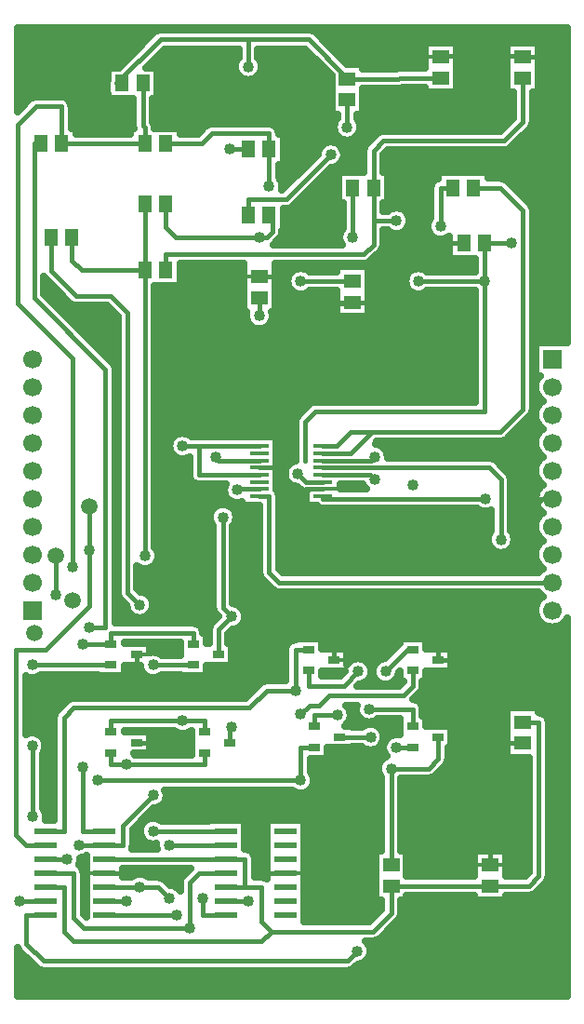
<source format=gbr>
G04 DipTrace 3.0.0.2*
G04 Top.gbr*
%MOIN*%
G04 #@! TF.FileFunction,Copper,L1,Top*
G04 #@! TF.Part,Single*
G04 #@! TA.AperFunction,Conductor*
%ADD13C,0.015748*%
G04 #@! TA.AperFunction,CopperBalancing*
%ADD14C,0.025*%
%ADD15C,0.012992*%
%ADD16R,0.059055X0.051181*%
%ADD17R,0.070866X0.015748*%
G04 #@! TA.AperFunction,ComponentPad*
%ADD18R,0.066929X0.066929*%
%ADD19C,0.066929*%
%ADD20C,0.059055*%
%ADD21R,0.051181X0.059055*%
%ADD23R,0.041339X0.025591*%
%ADD24R,0.07874X0.023622*%
G04 #@! TA.AperFunction,ViaPad*
%ADD25C,0.04*%
%FSLAX26Y26*%
G04*
G70*
G90*
G75*
G01*
G04 Top*
%LPD*%
X1023622Y2401575D2*
D13*
X1082677D1*
Y2299213D1*
X1299213D1*
X1153543Y1655512D2*
Y1744094D1*
X1200787Y1791339D1*
X1082677Y2401575D2*
X1299213D1*
X1181102Y873622D2*
X1084606D1*
X1049173Y838189D1*
Y676063D1*
X1771654Y901575D2*
Y1247047D1*
X1698154Y1360236D2*
X1586614D1*
X1948819Y3188976D2*
Y3326772D1*
X1992126D1*
X1200787Y1791339D2*
X1168661Y1823465D1*
Y2147323D1*
X1049173Y676063D2*
X669291D1*
X633858Y711496D1*
Y873622D1*
X531496D1*
X1771654Y1247047D2*
X1905512D1*
X1940945Y1282480D1*
Y1360236D1*
X1199370Y1395280D2*
X1192913Y1388823D1*
Y1340551D1*
X1527559Y2273622D2*
X1466535D1*
X1437008Y2303150D1*
X858268Y1655512D2*
Y1562008D1*
X893701Y1526575D1*
X1104252D1*
X1299213Y3007874D2*
X1362209D1*
X1397642Y2972441D1*
Y2913386D1*
Y2324803D1*
Y2283465D1*
X1437008Y2244098D1*
Y2066925D1*
X1499996Y2003937D1*
X1721732D1*
X1948819Y3795276D2*
Y3799213D1*
X2244094D1*
Y3795276D1*
X1104252Y1526575D2*
X1309961Y1732283D1*
X1566929D1*
Y1832323D1*
X1626614D1*
X1712598Y1830709D2*
X1937823D1*
X1940945Y1827587D1*
Y1635827D1*
X1104252Y1138740D2*
X1248031D1*
X1283465Y1103307D1*
Y909055D1*
X1318898Y873622D1*
X1393701D1*
X1001614D2*
X744094D1*
X1024567Y1340551D2*
X858268D1*
X1940945Y1635827D2*
X2094488D1*
X2129921Y1600394D1*
Y1338583D1*
X2244094D1*
X1566929Y1732283D2*
Y1635827D1*
X1721732Y2003937D2*
X2182374D1*
X2217807Y2039370D1*
Y2119382D1*
X2312205Y2213780D1*
X2349606D1*
X1633858Y2917323D2*
Y2913386D1*
X1397642D1*
X2244094Y3795276D2*
X2320866D1*
Y3442913D1*
X2261811Y3383858D1*
X1889764D1*
Y3129921D1*
X1677165Y2917323D1*
X1633858D1*
X2129921Y1338583D2*
X2125984D1*
Y901575D1*
X1527559Y2248031D2*
X1437008Y2244098D1*
X1299213Y2324803D2*
X1397642D1*
X2031496Y3129921D2*
X1889764D1*
X2110571Y2213941D2*
X1527567D1*
Y2222441D1*
X1299213Y2867795D2*
Y2933071D1*
Y3149563D2*
X1000000D1*
X964567Y3184996D1*
Y3267717D1*
X1334646Y3228346D2*
X1346772D1*
Y3169563D1*
X1326772Y3149563D1*
X1299213D1*
X1527559Y2401575D2*
X1574803D1*
X1625984Y2452756D1*
X1704724D1*
X2163386D1*
X2244094Y2533465D1*
Y3246063D1*
X2163386Y3326772D1*
X2066929D1*
X1527559Y2375984D2*
X1627953D1*
X1704724Y2452756D1*
X1464567Y2350394D2*
Y2489381D1*
X1500001Y2524815D1*
X2106299D1*
Y3129921D1*
X1527559Y2350394D2*
X1700787D1*
X1712598Y2362205D1*
X1527559Y2299213D2*
X1696850D1*
X1712598Y2283465D1*
X2204724Y3129921D2*
X2106299D1*
X1870079Y2992126D2*
X2106299D1*
X918268Y1023622D2*
X1181102D1*
X610551Y923622D2*
X531496D1*
X688976Y1751969D2*
X748031D1*
Y2677165D1*
X492126Y2933071D1*
Y3484252D1*
X515748D1*
X870709Y1833189D2*
X826772Y1877126D1*
Y2879921D1*
X767717Y2938976D1*
X643701D1*
X553150Y3029528D1*
Y3147638D1*
X977008Y783307D2*
X936693Y823622D1*
X870709D1*
X1096732Y783307D2*
Y723622D1*
X1181102D1*
X870709Y823622D2*
X744094D1*
X1194567Y3464567D2*
X1259843D1*
X2165354Y2066929D2*
Y2282146D1*
X2122697Y2324803D1*
X1527559D1*
X2349606Y1913780D2*
X1370083D1*
X1334650Y1949213D1*
Y2222441D1*
X1299213D1*
X807087Y3700787D2*
X787402D1*
X944882Y3858268D1*
X1259843D1*
X1476378D1*
X1614173Y3720472D1*
Y3716535D1*
X1798049D1*
X1801986Y3720472D1*
X1948819D1*
X1259843Y3759843D2*
Y3858268D1*
X1334646Y3332992D2*
Y3464567D1*
X1447480Y2992126D2*
X1633858D1*
X1334646Y3464567D2*
Y3521654D1*
X1130276D1*
X1092874Y3484252D1*
X964567D1*
X1555118Y3444882D2*
X1395669Y3285433D1*
X1259843D1*
Y3228346D1*
X2244094Y3720472D2*
Y3562992D1*
X2176953Y3495850D1*
X1744094D1*
X1708661Y3460417D1*
Y3326772D1*
Y3208661D1*
Y3124016D1*
X1673228Y3088583D1*
X964567D1*
Y3031496D1*
X1791339Y3208661D2*
X1708661D1*
X1299213Y2248031D2*
X1224409D1*
X1220472Y2244094D1*
X1633858Y3149606D2*
Y3326772D1*
X1299213Y2350394D2*
X1153543D1*
X1141732Y2362205D1*
X1614173Y3543307D2*
Y3641732D1*
X1579055Y1437992D2*
X1496063D1*
Y1397638D1*
X1650594Y593075D2*
X1615157Y557638D1*
X525039D1*
X464567Y618110D1*
Y723622D1*
X531496D1*
X1751969Y1594488D2*
X1830709Y1673228D1*
X1850394D1*
X667256Y1692913D2*
X767717D1*
X667256Y1252283D2*
Y1023622D1*
X744094D1*
X767717Y1692913D2*
Y1733268D1*
X1062992D1*
Y1692913D1*
X1102362Y1377953D2*
Y1418307D1*
X1024567D1*
X1001614Y723622D2*
X744094D1*
X1024567Y1418307D2*
X767717D1*
Y1377953D1*
X1476378Y1673228D2*
X1428150D1*
Y1526575D1*
X1692799Y1460276D2*
X1850394D1*
Y1397638D1*
X1428150Y1526575D2*
X1324780D1*
X1264071Y1465866D1*
X633858D1*
X598425Y1430433D1*
Y1023622D1*
X531496D1*
X1102362Y1303150D2*
Y1262799D1*
X823150D1*
Y773622D2*
X744094D1*
X823150Y1262799D2*
X767717D1*
Y1303150D1*
X652756Y973622D2*
X744094D1*
X918622Y1618110D2*
X1062992D1*
X485039D2*
X767717D1*
X485039Y1328697D2*
X487508Y1326228D1*
Y1075118D1*
X744094Y973622D2*
X811024D1*
Y1043268D1*
X918622Y1150866D1*
X1496063Y1322835D2*
X1447835D1*
Y1204728D1*
Y1442835D2*
X1478425Y1473425D1*
X1514291D1*
X1548701Y1507835D1*
X1814961D1*
X1850394Y1543268D1*
Y1598425D1*
X439949Y773622D2*
X531496D1*
X1447835Y1204728D2*
X719492Y1204724D1*
X570866Y1870079D2*
Y2007874D1*
X688976Y2027559D2*
Y1830709D1*
X531496Y1673228D1*
X427823D1*
Y1009055D1*
X463256Y973622D1*
X531496D1*
X1790039Y1322835D2*
X1850394D1*
X1653543Y1594488D2*
X1602323Y1543268D1*
X1476378D1*
Y1598425D1*
X688976Y2185039D2*
Y2027559D1*
X531496Y823622D2*
X598425D1*
Y663937D1*
X633858Y628504D1*
X1307713D1*
X1343150Y663941D1*
X1307717Y699374D1*
Y823622D1*
X1248031D1*
Y923622D1*
X1181102D1*
X2244094Y1413386D2*
X2301181D1*
Y862205D1*
X2265748Y826772D1*
X2125984D1*
X1248031Y823622D2*
X1181102D1*
Y923622D2*
X744094D1*
X1771654Y826772D2*
Y728346D1*
X1707248Y663941D1*
X1343150D1*
X2125984Y826772D2*
X1771654D1*
X629921Y1968504D2*
Y2716535D1*
X433071Y2913386D1*
Y3551181D1*
X500000Y3618110D1*
X590551D1*
Y3484252D1*
X977008Y973622D2*
X1181102D1*
X889764Y3484252D2*
Y3541339D1*
X881890Y3549213D1*
Y3700787D1*
X590551Y3484252D2*
X889764D1*
Y3267717D2*
Y3031496D1*
X1260157Y773622D2*
X1181102D1*
X889764Y3031496D2*
Y2008898D1*
Y3031496D2*
X663386D1*
X627953Y3066929D1*
Y3147638D1*
D25*
X1712598Y2283465D3*
Y2362205D3*
X1870079Y2992126D3*
X2106299D3*
X2204724Y3129921D3*
X1437008Y2303150D3*
X1141732Y2362205D3*
X1220472Y2244094D3*
X1614173Y3543307D3*
X1633858Y3149606D3*
X1259843Y3759843D3*
X1791339Y3208661D3*
X1168661Y2147323D3*
X1023622Y2401575D3*
X1049173Y676063D3*
X1199370Y1395280D3*
X1698154Y1360236D3*
X1948819Y3188976D3*
X1200787Y1791339D3*
X1771654Y1247047D3*
X1850394Y2263780D3*
X1104252Y1138740D3*
X1001614Y873622D3*
X1712598Y1830709D3*
X1626614Y1832323D3*
X1721732Y2003937D3*
X1024567Y1340551D3*
X1104252Y1526575D3*
X2110571Y2213941D3*
X1299213Y2867795D3*
Y3149563D3*
X870709Y1833189D3*
X1096732Y783307D3*
X977008D3*
X870709Y823622D3*
X1194567Y3464567D3*
X2165354Y2066929D3*
X1334646Y3332992D3*
X1447480Y2992126D3*
X1555118Y3444882D3*
X1579055Y1437992D3*
X1650594Y593075D3*
X1751969Y1594488D3*
X667256Y1252283D3*
Y1692913D3*
X1001614Y723622D3*
X1024567Y1418307D3*
X1692799Y1460276D3*
X1428150Y1526575D3*
X823150Y773622D3*
Y1262799D3*
X487508Y1075118D3*
X485039Y1328697D3*
X918622Y1150866D3*
Y1618110D3*
X485039D3*
X652756Y973622D3*
X570866Y1870079D3*
X719492Y1204724D3*
X1447835Y1204728D3*
Y1442835D3*
X439949Y773622D3*
X688976Y2027559D3*
X1653543Y1594488D3*
X1790039Y1322835D3*
X977008Y973622D3*
X629921Y1968504D3*
X1260157Y773622D3*
X889764Y2008898D3*
X918268Y1023622D3*
X688976Y1751969D3*
X610551Y923622D3*
X434685Y3873655D2*
D14*
X909202D1*
X1512054D2*
X2399974D1*
X434685Y3848786D2*
X884299D1*
X1536955D2*
X2399974D1*
X434685Y3823917D2*
X859446D1*
X1561810D2*
X1890306D1*
X2007316D2*
X2185568D1*
X2302630D2*
X2399974D1*
X434685Y3799049D2*
X834592D1*
X936760D2*
X1222971D1*
X1296672D2*
X1484495D1*
X1586663D2*
X1890306D1*
X2007316D2*
X2185568D1*
X2302630D2*
X2399974D1*
X434685Y3774180D2*
X809690D1*
X911858D2*
X1213108D1*
X1306584D2*
X1509396D1*
X1611564D2*
X1890306D1*
X2007316D2*
X2185568D1*
X2302630D2*
X2399974D1*
X434685Y3749311D2*
X752512D1*
X936467D2*
X1212083D1*
X1307610D2*
X1534251D1*
X2007316D2*
X2185568D1*
X2302630D2*
X2399974D1*
X434685Y3724442D2*
X752512D1*
X936467D2*
X1227219D1*
X1292474D2*
X1555638D1*
X2007316D2*
X2185568D1*
X2302630D2*
X2399974D1*
X434685Y3699573D2*
X750559D1*
X936467D2*
X1555638D1*
X2007316D2*
X2185568D1*
X2302630D2*
X2399974D1*
X434685Y3674705D2*
X752512D1*
X936467D2*
X1555638D1*
X1672698D2*
X1890306D1*
X2007316D2*
X2185568D1*
X2302630D2*
X2399974D1*
X434685Y3649836D2*
X484348D1*
X606243D2*
X752512D1*
X936467D2*
X1555638D1*
X1672698D2*
X2207248D1*
X2280950D2*
X2399974D1*
X434685Y3624967D2*
X455783D1*
X626702D2*
X845042D1*
X918743D2*
X1555638D1*
X1672698D2*
X2207248D1*
X2280950D2*
X2399974D1*
X627386Y3600098D2*
X845042D1*
X918743D2*
X1555638D1*
X1672698D2*
X2207248D1*
X2280950D2*
X2399974D1*
X627386Y3575230D2*
X845042D1*
X918743D2*
X1577316D1*
X1651018D2*
X2205247D1*
X2280950D2*
X2399974D1*
X627386Y3550361D2*
X845042D1*
X925432D2*
X1108908D1*
X1355999D2*
X1565696D1*
X1662639D2*
X2180394D1*
X2278558D2*
X2399974D1*
X645110Y3525492D2*
X835178D1*
X1019134D2*
X1083030D1*
X1371282D2*
X1568723D1*
X1659612D2*
X1724240D1*
X2257659D2*
X2399974D1*
X1389251Y3500623D2*
X1593235D1*
X1635100D2*
X1697776D1*
X2232806D2*
X2399974D1*
X1389251Y3475755D2*
X1517844D1*
X1592375D2*
X1675412D1*
X2207951D2*
X2399974D1*
X1389251Y3450886D2*
X1506516D1*
X1603703D2*
X1671799D1*
X1750236D2*
X2399974D1*
X1389251Y3426017D2*
X1485178D1*
X1600091D2*
X1671799D1*
X1745500D2*
X2399974D1*
X1371476Y3401148D2*
X1460324D1*
X1573382D2*
X1671799D1*
X1745500D2*
X2399974D1*
X1371476Y3376280D2*
X1435423D1*
X1537591D2*
X1579270D1*
X1763226D2*
X1937522D1*
X2121526D2*
X2399974D1*
X1379827Y3351411D2*
X1410568D1*
X1512736D2*
X1579270D1*
X1763226D2*
X1922386D1*
X2189836D2*
X2399974D1*
X1487883Y3326542D2*
X1579270D1*
X1763226D2*
X1911984D1*
X2214690D2*
X2399974D1*
X1462980Y3301673D2*
X1579270D1*
X1763226D2*
X1911984D1*
X2239543D2*
X2399974D1*
X1438127Y3276804D2*
X1579270D1*
X1763226D2*
X1911984D1*
X2264446D2*
X2399974D1*
X1405803Y3251936D2*
X1596995D1*
X1745500D2*
X1771848D1*
X1810832D2*
X1911984D1*
X2280462D2*
X2399974D1*
X1389251Y3227067D2*
X1596995D1*
X1836516D2*
X1911984D1*
X2280950D2*
X2399974D1*
X1389251Y3202198D2*
X1596995D1*
X1839886D2*
X1901731D1*
X2280950D2*
X2399974D1*
X1389251Y3177329D2*
X1594016D1*
X1828167D2*
X1901291D1*
X2280950D2*
X2399974D1*
X1379046Y3152461D2*
X1584934D1*
X1745500D2*
X1917551D1*
X2280950D2*
X2399974D1*
X1355900Y3127592D2*
X1590403D1*
X1745500D2*
X1976927D1*
X2280950D2*
X2399974D1*
X1738127Y3102723D2*
X1976927D1*
X2280950D2*
X2399974D1*
X1713567Y3077854D2*
X1976927D1*
X2280950D2*
X2399974D1*
X1019134Y3052986D2*
X1240696D1*
X1357756D2*
X2069455D1*
X2280950D2*
X2399974D1*
X1019134Y3028117D2*
X1240696D1*
X1357756D2*
X1415550D1*
X1479387D2*
X1575315D1*
X1692375D2*
X1838156D1*
X1901995D2*
X2069455D1*
X2280950D2*
X2399974D1*
X1019134Y3003248D2*
X1240696D1*
X1357756D2*
X1399827D1*
X1692375D2*
X1822434D1*
X2280950D2*
X2399974D1*
X528996Y2978379D2*
X553196D1*
X1019134D2*
X1240696D1*
X1357756D2*
X1400559D1*
X1692375D2*
X1823167D1*
X2280950D2*
X2399974D1*
X528996Y2953510D2*
X578098D1*
X926604D2*
X1240696D1*
X1357756D2*
X1419064D1*
X1475871D2*
X1575315D1*
X1692375D2*
X1841672D1*
X1898479D2*
X2069455D1*
X2280950D2*
X2399974D1*
X547648Y2928642D2*
X602951D1*
X926604D2*
X1240696D1*
X1357756D2*
X1575315D1*
X1692375D2*
X2069455D1*
X2280950D2*
X2399974D1*
X572503Y2903773D2*
X751828D1*
X926604D2*
X1240696D1*
X1357756D2*
X1575315D1*
X1692375D2*
X2069455D1*
X2280950D2*
X2399974D1*
X597356Y2878904D2*
X776682D1*
X926604D2*
X1251584D1*
X1346867D2*
X1575315D1*
X1692375D2*
X2069455D1*
X2280950D2*
X2399974D1*
X622259Y2854035D2*
X789915D1*
X926604D2*
X1252316D1*
X1346135D2*
X2069455D1*
X2280950D2*
X2399974D1*
X647112Y2829167D2*
X789915D1*
X926604D2*
X1270823D1*
X1327580D2*
X2069455D1*
X2280950D2*
X2399974D1*
X671966Y2804298D2*
X789915D1*
X926604D2*
X2069455D1*
X2280950D2*
X2399974D1*
X696867Y2779429D2*
X789915D1*
X926604D2*
X2069455D1*
X2280950D2*
X2399974D1*
X721722Y2754560D2*
X789915D1*
X926604D2*
X2069455D1*
X746575Y2729692D2*
X789915D1*
X926604D2*
X2069455D1*
X771476Y2704823D2*
X789915D1*
X926604D2*
X2069455D1*
X926604Y2679954D2*
X2069455D1*
X926604Y2655085D2*
X2069455D1*
X926604Y2630217D2*
X2069455D1*
X926604Y2605348D2*
X2069455D1*
X926604Y2580479D2*
X2069455D1*
X2280950D2*
X2297239D1*
X926604Y2555610D2*
X1482298D1*
X2280950D2*
X2304172D1*
X926604Y2530741D2*
X1454856D1*
X926604Y2505873D2*
X1431955D1*
X2267571D2*
X2287668D1*
X926604Y2481004D2*
X1427707D1*
X2242718D2*
X2296896D1*
X926604Y2456135D2*
X1427707D1*
X2217864D2*
X2304660D1*
X926604Y2431266D2*
X985324D1*
X1363615D2*
X1427707D1*
X2192962D2*
X2289768D1*
X926604Y2406398D2*
X974875D1*
X1363615D2*
X1427707D1*
X1729534D2*
X2287619D1*
X926604Y2381529D2*
X979172D1*
X1363615D2*
X1427707D1*
X1757366D2*
X2296555D1*
X926604Y2356660D2*
X1009104D1*
X1363615D2*
X1427707D1*
X2138030D2*
X2305198D1*
X926604Y2331791D2*
X1045823D1*
X1363615D2*
X1397874D1*
X2166790D2*
X2289915D1*
X926604Y2306923D2*
X1045823D1*
X1363615D2*
X1388156D1*
X2191643D2*
X2287522D1*
X926604Y2282054D2*
X1050412D1*
X1363615D2*
X1393088D1*
X2202190D2*
X2296214D1*
X926604Y2257185D2*
X1173362D1*
X1363615D2*
X1427512D1*
X1591984D2*
X1671751D1*
X2202190D2*
X2305735D1*
X926604Y2232316D2*
X1173020D1*
X1370060D2*
X1463156D1*
X2202190D2*
X2290110D1*
X926604Y2207448D2*
X1189378D1*
X1371526D2*
X1463156D1*
X2202190D2*
X2287474D1*
X926604Y2182579D2*
X1135862D1*
X1201458D2*
X1297776D1*
X1371526D2*
X1511058D1*
X2202190D2*
X2295920D1*
X926604Y2157710D2*
X1120823D1*
X1216496D2*
X1297776D1*
X1371526D2*
X2128488D1*
X2202190D2*
X2306320D1*
X926604Y2132841D2*
X1121995D1*
X1215324D2*
X1297776D1*
X1371526D2*
X2128488D1*
X2202190D2*
X2290256D1*
X926604Y2107972D2*
X1131810D1*
X1205510D2*
X1297776D1*
X1371526D2*
X2128488D1*
X2202190D2*
X2287424D1*
X926604Y2083104D2*
X1131810D1*
X1205510D2*
X1297776D1*
X1371526D2*
X2119260D1*
X2211419D2*
X2295579D1*
X926604Y2058235D2*
X1131810D1*
X1205510D2*
X1297776D1*
X1371526D2*
X2117160D1*
X2213518D2*
X2306858D1*
X931780Y2033366D2*
X1131810D1*
X1205510D2*
X1297776D1*
X1371526D2*
X2130686D1*
X2200042D2*
X2290451D1*
X938762Y2008497D2*
X1131810D1*
X1205510D2*
X1297776D1*
X1371526D2*
X2287375D1*
X931291Y1983629D2*
X1131810D1*
X1205510D2*
X1297776D1*
X1371526D2*
X2295286D1*
X863615Y1958760D2*
X1131810D1*
X1205510D2*
X1297776D1*
X1376164D2*
X2307444D1*
X863615Y1933891D2*
X1131810D1*
X1205510D2*
X1301390D1*
X863615Y1909022D2*
X1131810D1*
X1205510D2*
X1323752D1*
X870843Y1884154D2*
X1131810D1*
X1205510D2*
X1350168D1*
X911663Y1859285D2*
X1131810D1*
X1205510D2*
X2308079D1*
X784904Y1834416D2*
X818382D1*
X919671D2*
X1131810D1*
X1220794D2*
X2290794D1*
X784904Y1809547D2*
X828196D1*
X913226D2*
X1134739D1*
X1246087D2*
X2287278D1*
X784904Y1784678D2*
X1143039D1*
X1249310D2*
X2294699D1*
X1087298Y1759810D2*
X1120480D1*
X1237444D2*
X2320970D1*
X2378215D2*
X2399974D1*
X1099798Y1734941D2*
X1116703D1*
X1195451D2*
X2399974D1*
X1190374Y1710072D2*
X1426731D1*
X1526018D2*
X1800755D1*
X1900042D2*
X2399974D1*
X907951Y1685203D2*
X1013352D1*
X1203215D2*
X1393430D1*
X1526018D2*
X1791623D1*
X1900042D2*
X2399974D1*
X940568Y1660335D2*
X1013352D1*
X1203215D2*
X1391282D1*
X1616594D2*
X1766722D1*
X1990618D2*
X2399974D1*
X1203215Y1635466D2*
X1391282D1*
X1678020D2*
X1727512D1*
X1990618D2*
X2399974D1*
X817375Y1610597D2*
X870236D1*
X1112639D2*
X1391282D1*
X1990618D2*
X2399974D1*
X817375Y1585728D2*
X882786D1*
X1112639D2*
X1391282D1*
X1526018D2*
X1593723D1*
X1900042D2*
X2399974D1*
X464690Y1560860D2*
X1320091D1*
X1688127D2*
X1717356D1*
X1786564D2*
X1800756D1*
X1900042D2*
X2399974D1*
X464690Y1535991D2*
X1283127D1*
X1886467D2*
X2399974D1*
X464690Y1511122D2*
X1258226D1*
X1869328D2*
X2399974D1*
X464690Y1486253D2*
X603147D1*
X1875383D2*
X2399974D1*
X464690Y1461385D2*
X578294D1*
X1621722D2*
X1643820D1*
X1887248D2*
X2185568D1*
X2302630D2*
X2399974D1*
X464690Y1436516D2*
X562131D1*
X1628020D2*
X1650315D1*
X1900042D2*
X2185568D1*
X2329094D2*
X2399974D1*
X464690Y1411647D2*
X561594D1*
X1619866D2*
X1800755D1*
X1900042D2*
X2185568D1*
X2338030D2*
X2399974D1*
X464690Y1386778D2*
X561594D1*
X1738811D2*
X1800755D1*
X1990618D2*
X2185568D1*
X2338030D2*
X2399974D1*
X520060Y1361909D2*
X561594D1*
X907951D2*
X1052707D1*
X1747112D2*
X1762327D1*
X1990618D2*
X2185568D1*
X2338030D2*
X2399974D1*
X533294Y1337041D2*
X561594D1*
X907951D2*
X1052707D1*
X1990618D2*
X2185568D1*
X2338030D2*
X2399974D1*
X530999Y1312172D2*
X561594D1*
X907951D2*
X1052707D1*
X1545744D2*
X1742307D1*
X1977776D2*
X2185568D1*
X2338030D2*
X2399974D1*
X524358Y1287303D2*
X561594D1*
X1545744D2*
X1745871D1*
X1977776D2*
X2185568D1*
X2338030D2*
X2399974D1*
X524358Y1262434D2*
X561594D1*
X1484710D2*
X1725266D1*
X1971331D2*
X2264328D1*
X2338030D2*
X2399974D1*
X524358Y1237566D2*
X561594D1*
X1484710D2*
X1723655D1*
X1947112D2*
X2264328D1*
X2338030D2*
X2399974D1*
X524358Y1212697D2*
X561594D1*
X1496135D2*
X1734787D1*
X1908440D2*
X2264328D1*
X2338030D2*
X2399974D1*
X524358Y1187828D2*
X561594D1*
X1493644D2*
X1734787D1*
X1808488D2*
X2264328D1*
X2338030D2*
X2399974D1*
X524358Y1162959D2*
X561594D1*
X966008D2*
X1424924D1*
X1470744D2*
X1734787D1*
X1808488D2*
X2264328D1*
X2338030D2*
X2399974D1*
X524358Y1138091D2*
X561594D1*
X965812D2*
X1734787D1*
X1808488D2*
X2264328D1*
X2338030D2*
X2399974D1*
X524358Y1113222D2*
X561594D1*
X948430D2*
X1734787D1*
X1808488D2*
X2264328D1*
X2338030D2*
X2399974D1*
X534563Y1088353D2*
X561594D1*
X907171D2*
X1734787D1*
X1808488D2*
X2264328D1*
X2338030D2*
X2399974D1*
X535003Y1063484D2*
X561594D1*
X944719D2*
X1734787D1*
X1808488D2*
X2264328D1*
X2338030D2*
X2399974D1*
X857463Y1038615D2*
X871751D1*
X1249455D2*
X1325315D1*
X1462054D2*
X1734787D1*
X1808488D2*
X2264328D1*
X2338030D2*
X2399974D1*
X847894Y1013747D2*
X870335D1*
X1249455D2*
X1325315D1*
X1462054D2*
X1734787D1*
X1808488D2*
X2264328D1*
X2338030D2*
X2399974D1*
X847894Y988878D2*
X884886D1*
X1249455D2*
X1325315D1*
X1462054D2*
X1734787D1*
X1808488D2*
X2264328D1*
X2338030D2*
X2399974D1*
X846526Y964009D2*
X929026D1*
X1249455D2*
X1325315D1*
X1462054D2*
X1734787D1*
X1808488D2*
X2264328D1*
X2338030D2*
X2399974D1*
X1281194Y939140D2*
X1325315D1*
X1462054D2*
X1713156D1*
X1830168D2*
X2067454D1*
X2184514D2*
X2264328D1*
X2338030D2*
X2399974D1*
X658587Y914272D2*
X675755D1*
X1284904D2*
X1325315D1*
X1462054D2*
X1713156D1*
X1830168D2*
X2067454D1*
X2184514D2*
X2264328D1*
X2338030D2*
X2399974D1*
X1284904Y889403D2*
X1325315D1*
X1462054D2*
X1713156D1*
X1830168D2*
X2067454D1*
X2184514D2*
X2264328D1*
X2338030D2*
X2399974D1*
X812444Y864534D2*
X846115D1*
X895306D2*
X1024436D1*
X1284904D2*
X1325315D1*
X1462054D2*
X1713156D1*
X1830168D2*
X2067454D1*
X2184514D2*
X2252415D1*
X2338030D2*
X2399974D1*
X971722Y839665D2*
X1012375D1*
X1462054D2*
X1713156D1*
X2329583D2*
X2399974D1*
X1462054Y814797D2*
X1713156D1*
X2304875D2*
X2399974D1*
X1462054Y789928D2*
X1713156D1*
X1830168D2*
X2067454D1*
X2184514D2*
X2399974D1*
X1462054Y765059D2*
X1734787D1*
X1808488D2*
X2399974D1*
X1462054Y740190D2*
X1732395D1*
X1808488D2*
X2399974D1*
X1462054Y715322D2*
X1707542D1*
X1805950D2*
X2399974D1*
X1784856Y690453D2*
X2399974D1*
X1759954Y665584D2*
X2399974D1*
X1735100Y640715D2*
X2399974D1*
X1693644Y615846D2*
X2399974D1*
X1699554Y590978D2*
X2399974D1*
X434685Y566109D2*
X465500D1*
X1690959D2*
X2399974D1*
X434685Y541240D2*
X490354D1*
X1649846D2*
X2399974D1*
X434685Y516371D2*
X2399974D1*
X434685Y491503D2*
X2399974D1*
X434685Y466634D2*
X2399974D1*
X434685Y441765D2*
X2399974D1*
X1590339Y3044209D2*
X1689878D1*
Y2865240D1*
X1577839D1*
Y2957768D1*
X1478829Y2957760D1*
X1471773Y2952486D1*
X1465272Y2949173D1*
X1458333Y2946919D1*
X1451129Y2945777D1*
X1443832D1*
X1436627Y2946919D1*
X1429689Y2949173D1*
X1423188Y2952486D1*
X1417286Y2956773D1*
X1412127Y2961932D1*
X1407840Y2967833D1*
X1404528Y2974335D1*
X1402273Y2981273D1*
X1401131Y2988478D1*
Y2995774D1*
X1402273Y3002979D1*
X1404528Y3009917D1*
X1407840Y3016419D1*
X1412127Y3022320D1*
X1417286Y3027479D1*
X1423188Y3031766D1*
X1429689Y3035079D1*
X1436627Y3037333D1*
X1443832Y3038475D1*
X1451129D1*
X1458333Y3037333D1*
X1465272Y3035079D1*
X1471773Y3031766D1*
X1478753Y3026482D1*
X1577803Y3026492D1*
X1577839Y3044209D1*
X1590339D1*
X1355185Y2985154D2*
X1355232Y2880988D1*
X1343757D1*
X1345133Y2875068D1*
X1345705Y2867795D1*
X1345133Y2860522D1*
X1343429Y2853428D1*
X1340638Y2846688D1*
X1336825Y2840469D1*
X1332088Y2834920D1*
X1326539Y2830182D1*
X1320320Y2826370D1*
X1313580Y2823579D1*
X1306486Y2821875D1*
X1299213Y2821303D1*
X1291940Y2821875D1*
X1284845Y2823579D1*
X1278105Y2826370D1*
X1271886Y2830182D1*
X1266337Y2834920D1*
X1261600Y2840469D1*
X1257787Y2846688D1*
X1254996Y2853428D1*
X1253293Y2860522D1*
X1252720Y2867795D1*
X1253293Y2875068D1*
X1254667Y2880996D1*
X1243193Y2880988D1*
Y3054239D1*
X1016636Y3054217D1*
X1016650Y2975476D1*
X924122D1*
X924130Y2040236D1*
X929404Y2033190D1*
X932717Y2026689D1*
X934971Y2019751D1*
X936113Y2012546D1*
Y2005249D1*
X934971Y1998045D1*
X932717Y1991106D1*
X929404Y1984605D1*
X925117Y1978703D1*
X919958Y1973545D1*
X914056Y1969257D1*
X907555Y1965945D1*
X900617Y1963690D1*
X893412Y1962549D1*
X886115D1*
X878911Y1963690D1*
X871972Y1965945D1*
X865471Y1969257D1*
X861126Y1972318D1*
X861138Y1891298D1*
X872858Y1879640D1*
X881562Y1878396D1*
X888500Y1876142D1*
X895001Y1872829D1*
X900903Y1868542D1*
X906062Y1863383D1*
X910349Y1857482D1*
X913661Y1850980D1*
X915916Y1844042D1*
X917058Y1836837D1*
Y1829541D1*
X915916Y1822336D1*
X913661Y1815398D1*
X910349Y1808896D1*
X906062Y1802995D1*
X900903Y1797836D1*
X895001Y1793549D1*
X888500Y1790236D1*
X881562Y1787982D1*
X874357Y1786840D1*
X867060D1*
X859856Y1787982D1*
X852917Y1790236D1*
X846416Y1793549D1*
X840514Y1797836D1*
X835356Y1802995D1*
X831068Y1808896D1*
X827756Y1815398D1*
X825501Y1822336D1*
X824302Y1831009D1*
X800639Y1854807D1*
X797470Y1859169D1*
X795021Y1863975D1*
X793356Y1869104D1*
X792512Y1874429D1*
X792406Y1977126D1*
Y2865749D1*
X753478Y2904614D1*
X641004Y2904717D1*
X635678Y2905560D1*
X630550Y2907226D1*
X625744Y2909675D1*
X621382Y2912844D1*
X548689Y2985386D1*
X526776Y3007514D1*
X526492Y2971752D1*
Y2947289D1*
X774164Y2699484D1*
X777333Y2695122D1*
X779782Y2690316D1*
X781448Y2685188D1*
X782291Y2679862D1*
X782398Y2577165D1*
Y1767644D1*
X1065689Y1767528D1*
X1071014Y1766685D1*
X1076143Y1765018D1*
X1080949Y1762570D1*
X1085311Y1759400D1*
X1089125Y1755587D1*
X1092294Y1751224D1*
X1094743Y1746419D1*
X1096409Y1741290D1*
X1097252Y1735965D1*
X1097358Y1732243D1*
X1110154Y1732201D1*
Y1694848D1*
X1119224Y1694799D1*
X1119283Y1746791D1*
X1120127Y1752117D1*
X1121793Y1757245D1*
X1124241Y1762051D1*
X1127411Y1766413D1*
X1152203Y1791356D1*
X1142529Y1801146D1*
X1139360Y1805508D1*
X1136911Y1810314D1*
X1135244Y1815442D1*
X1134402Y1820768D1*
X1134295Y1923465D1*
Y2115993D1*
X1129021Y2123030D1*
X1125709Y2129531D1*
X1123454Y2136470D1*
X1122312Y2143675D1*
Y2150971D1*
X1123454Y2158176D1*
X1125709Y2165114D1*
X1129021Y2171615D1*
X1133308Y2177517D1*
X1138467Y2182676D1*
X1144369Y2186963D1*
X1150870Y2190276D1*
X1157808Y2192530D1*
X1165013Y2193672D1*
X1172310D1*
X1179514Y2192530D1*
X1186453Y2190276D1*
X1192954Y2186963D1*
X1198856Y2182676D1*
X1204014Y2177517D1*
X1208302Y2171615D1*
X1211614Y2165114D1*
X1213869Y2158176D1*
X1215010Y2150971D1*
Y2143675D1*
X1213869Y2136470D1*
X1211614Y2129531D1*
X1208302Y2123030D1*
X1203017Y2116050D1*
X1203028Y1837802D1*
X1211640Y1836546D1*
X1218579Y1834291D1*
X1225080Y1830979D1*
X1230982Y1826692D1*
X1236140Y1821533D1*
X1240428Y1815631D1*
X1243740Y1809130D1*
X1245995Y1802192D1*
X1247136Y1794987D1*
Y1787690D1*
X1245995Y1780486D1*
X1243740Y1773547D1*
X1240428Y1767046D1*
X1236140Y1761144D1*
X1230982Y1755986D1*
X1225080Y1751698D1*
X1218579Y1748386D1*
X1211640Y1746131D1*
X1202967Y1744932D1*
X1187903Y1729853D1*
X1187909Y1694827D1*
X1200705Y1694799D1*
Y1616224D1*
X1110140D1*
X1110154Y1578823D1*
X1015831D1*
Y1583755D1*
X949955Y1583744D1*
X942915Y1578470D1*
X936413Y1575157D1*
X929475Y1572903D1*
X922270Y1571761D1*
X914974D1*
X907769Y1572903D1*
X900831Y1575157D1*
X894329Y1578470D1*
X888428Y1582757D1*
X883269Y1587916D1*
X878982Y1593818D1*
X875669Y1600319D1*
X873415Y1607257D1*
X872205Y1616215D1*
X814873Y1616224D1*
X814878Y1578823D1*
X720555D1*
Y1583755D1*
X516398Y1583744D1*
X509332Y1578470D1*
X502831Y1575157D1*
X495892Y1572903D1*
X488688Y1571761D1*
X481391D1*
X474186Y1572903D1*
X467248Y1575157D1*
X462178Y1577668D1*
X462189Y1369176D1*
X470672Y1372913D1*
X477766Y1374617D1*
X485039Y1375189D1*
X492312Y1374617D1*
X499407Y1372913D1*
X506147Y1370122D1*
X512366Y1366310D1*
X517915Y1361572D1*
X522652Y1356024D1*
X526465Y1349804D1*
X529256Y1343064D1*
X530959Y1335970D1*
X531531Y1328697D1*
X530959Y1321424D1*
X529256Y1314329D1*
X526465Y1307589D1*
X521866Y1300373D1*
X521874Y1106453D1*
X527148Y1099411D1*
X530461Y1092909D1*
X532715Y1085971D1*
X533857Y1078766D1*
Y1071470D1*
X532715Y1064265D1*
X532054Y1061917D1*
X564121Y1061925D1*
X564165Y1433130D1*
X565009Y1438455D1*
X566675Y1443584D1*
X569123Y1448390D1*
X572293Y1452752D1*
X609558Y1490167D1*
X613659Y1493669D1*
X618256Y1496487D1*
X623239Y1498550D1*
X628482Y1499810D1*
X633858Y1500232D1*
X1249825D1*
X1302461Y1552707D1*
X1306823Y1555877D1*
X1311629Y1558325D1*
X1316757Y1559991D1*
X1322083Y1560835D1*
X1393774Y1560941D1*
X1393890Y1675925D1*
X1394732Y1681251D1*
X1396399Y1686379D1*
X1398848Y1691185D1*
X1402017Y1695547D1*
X1405831Y1699361D1*
X1410193Y1702530D1*
X1414999Y1704979D1*
X1420127Y1706646D1*
X1425453Y1707488D1*
X1429175Y1707594D1*
X1429217Y1712516D1*
X1523539D1*
Y1675161D1*
X1614091Y1675114D1*
Y1619088D1*
X1618190Y1624682D1*
X1623349Y1629841D1*
X1629251Y1634129D1*
X1635752Y1637441D1*
X1642690Y1639696D1*
X1649895Y1640837D1*
X1657192D1*
X1664396Y1639696D1*
X1671335Y1637441D1*
X1677836Y1634129D1*
X1683738Y1629841D1*
X1688896Y1624682D1*
X1693184Y1618781D1*
X1696496Y1612280D1*
X1698751Y1605341D1*
X1699892Y1598136D1*
Y1590840D1*
X1698751Y1583635D1*
X1696496Y1576697D1*
X1693184Y1570196D1*
X1688896Y1564294D1*
X1683738Y1559135D1*
X1677836Y1554848D1*
X1671335Y1551535D1*
X1664396Y1549281D1*
X1655723Y1548081D1*
X1649843Y1542186D1*
X1800702Y1542201D1*
X1816037Y1557512D1*
X1810055Y1559138D1*
X1803232D1*
Y1597175D1*
X1798420Y1592339D1*
X1797176Y1583635D1*
X1794921Y1576697D1*
X1791609Y1570196D1*
X1787322Y1564294D1*
X1782163Y1559135D1*
X1776261Y1554848D1*
X1769760Y1551535D1*
X1762822Y1549281D1*
X1755617Y1548139D1*
X1748320D1*
X1741115Y1549281D1*
X1734177Y1551535D1*
X1727676Y1554848D1*
X1721774Y1559135D1*
X1716615Y1564294D1*
X1712328Y1570196D1*
X1709016Y1576697D1*
X1706761Y1583635D1*
X1705619Y1590840D1*
Y1598136D1*
X1706761Y1605341D1*
X1709016Y1612280D1*
X1712328Y1618781D1*
X1716615Y1624682D1*
X1721774Y1629841D1*
X1727676Y1634129D1*
X1734177Y1637441D1*
X1741115Y1639696D1*
X1749789Y1640895D1*
X1803240Y1694361D1*
X1803232Y1712516D1*
X1897555D1*
Y1675161D1*
X1988106Y1675114D1*
Y1596539D1*
X1897550D1*
X1897555Y1559138D1*
X1884714D1*
X1884654Y1540571D1*
X1883810Y1535245D1*
X1882144Y1530117D1*
X1879696Y1525311D1*
X1876526Y1520949D1*
X1850394Y1494642D1*
X1855770Y1494219D1*
X1861013Y1492959D1*
X1865996Y1490896D1*
X1870593Y1488079D1*
X1874694Y1484576D1*
X1878197Y1480475D1*
X1881014Y1475878D1*
X1883077Y1470895D1*
X1884337Y1465652D1*
X1884760Y1460276D1*
Y1436887D1*
X1897555Y1436925D1*
Y1399572D1*
X1988106Y1399524D1*
Y1320949D1*
X1975265D1*
X1975205Y1279783D1*
X1974361Y1274458D1*
X1972696Y1269329D1*
X1970247Y1264524D1*
X1967077Y1260161D1*
X1929812Y1222747D1*
X1925711Y1219244D1*
X1921114Y1216427D1*
X1916131Y1214364D1*
X1910888Y1213104D1*
X1905512Y1212681D1*
X1806049D1*
X1806020Y953639D1*
X1827673Y953657D1*
Y861130D1*
X2069945Y861138D1*
X2069965Y953657D1*
X2182004D1*
Y861130D1*
X2251521Y861138D1*
X2266824Y876449D1*
X2266815Y1286472D1*
X2188075Y1286500D1*
Y1465469D1*
X2300114D1*
Y1447744D1*
X2306558Y1447329D1*
X2311801Y1446070D1*
X2316783Y1444007D1*
X2321381Y1441189D1*
X2325482Y1437686D1*
X2328984Y1433585D1*
X2331802Y1428988D1*
X2333865Y1424005D1*
X2335125Y1418762D1*
X2335547Y1413386D1*
X2335441Y859508D1*
X2334598Y854182D1*
X2332932Y849054D1*
X2330483Y844248D1*
X2327314Y839886D1*
X2290049Y802471D1*
X2285948Y798969D1*
X2281350Y796151D1*
X2276367Y794088D1*
X2271125Y792828D1*
X2265748Y792406D1*
X2182008D1*
X2182004Y774689D1*
X2069965D1*
Y792413D1*
X1827693Y792406D1*
X1827673Y774689D1*
X1806042D1*
X1805913Y725650D1*
X1805071Y720324D1*
X1803404Y715196D1*
X1800955Y710390D1*
X1797786Y706028D1*
X1731549Y639640D1*
X1727448Y636138D1*
X1722850Y633320D1*
X1717867Y631257D1*
X1712625Y629997D1*
X1707248Y629575D1*
X1679367D1*
X1685948Y623269D1*
X1690235Y617367D1*
X1693547Y610866D1*
X1695802Y603928D1*
X1696944Y596723D1*
Y589427D1*
X1695802Y582222D1*
X1693547Y575283D1*
X1690235Y568782D1*
X1685948Y562881D1*
X1680789Y557722D1*
X1674887Y553434D1*
X1668386Y550122D1*
X1661448Y547867D1*
X1652774Y546668D1*
X1637476Y531505D1*
X1633114Y528336D1*
X1628308Y525887D1*
X1623180Y524220D1*
X1617854Y523378D1*
X1515157Y523272D1*
X522343Y523378D1*
X517017Y524220D1*
X511888Y525887D1*
X507083Y528336D1*
X502720Y531505D1*
X440266Y593810D1*
X436764Y597911D1*
X433946Y602508D1*
X432682Y605324D1*
X432185Y598524D1*
Y432185D1*
X2402461D1*
Y1785457D1*
X2398113Y1778538D1*
X2392003Y1771383D1*
X2384848Y1765273D1*
X2376825Y1760358D1*
X2368134Y1756757D1*
X2358986Y1754560D1*
X2349606Y1753823D1*
X2340227Y1754560D1*
X2331079Y1756757D1*
X2322387Y1760358D1*
X2314365Y1765273D1*
X2307210Y1771383D1*
X2301100Y1778538D1*
X2296185Y1786560D1*
X2292584Y1795252D1*
X2290387Y1804400D1*
X2289650Y1813780D1*
X2290387Y1823159D1*
X2292584Y1832307D1*
X2296185Y1840999D1*
X2301100Y1849021D1*
X2307210Y1856176D1*
X2314365Y1862286D1*
X2316551Y1863747D1*
X2310668Y1868188D1*
X2304014Y1874841D1*
X2300497Y1879440D1*
X1367386Y1879520D1*
X1362060Y1880362D1*
X1356932Y1882029D1*
X1352126Y1884478D1*
X1347764Y1887647D1*
X1310349Y1924912D1*
X1306846Y1929013D1*
X1304029Y1933610D1*
X1301966Y1938593D1*
X1300706Y1943836D1*
X1300283Y1949213D1*
Y2188031D1*
X1237287Y2188075D1*
Y2200722D1*
X1231325Y2198887D1*
X1224121Y2197745D1*
X1216824D1*
X1209619Y2198887D1*
X1202681Y2201142D1*
X1196180Y2204454D1*
X1190278Y2208741D1*
X1185119Y2213900D1*
X1180832Y2219802D1*
X1177520Y2226303D1*
X1175265Y2233241D1*
X1174123Y2240446D1*
Y2247743D1*
X1175265Y2254948D1*
X1177520Y2261886D1*
X1178886Y2264852D1*
X1079980Y2264953D1*
X1074655Y2265797D1*
X1069526Y2267462D1*
X1064720Y2269911D1*
X1060358Y2273080D1*
X1056545Y2276894D1*
X1053375Y2281256D1*
X1050927Y2286062D1*
X1049261Y2291190D1*
X1048417Y2296516D1*
X1048311Y2362152D1*
X1041413Y2358622D1*
X1034475Y2356367D1*
X1027270Y2355226D1*
X1019974D1*
X1012769Y2356367D1*
X1005831Y2358622D1*
X999329Y2361934D1*
X993428Y2366222D1*
X988269Y2371381D1*
X983982Y2377282D1*
X980669Y2383783D1*
X978415Y2390722D1*
X977273Y2397927D1*
Y2405223D1*
X978415Y2412428D1*
X980669Y2419366D1*
X983982Y2425867D1*
X988269Y2431769D1*
X993428Y2436928D1*
X999329Y2441215D1*
X1005831Y2444528D1*
X1012769Y2446782D1*
X1019974Y2447924D1*
X1027270D1*
X1034475Y2446782D1*
X1041413Y2444528D1*
X1047915Y2441215D1*
X1054895Y2435930D1*
X1361138Y2435941D1*
Y2244361D1*
X1365270Y2238043D1*
X1367333Y2233060D1*
X1368593Y2227818D1*
X1369016Y2222441D1*
Y1963408D1*
X1384327Y1948136D1*
X2300503Y1948146D1*
X2307210Y1956176D1*
X2314365Y1962286D1*
X2316551Y1963747D1*
X2310668Y1968188D1*
X2304014Y1974841D1*
X2298484Y1982453D1*
X2294214Y1990835D1*
X2291306Y1999783D1*
X2289835Y2009075D1*
Y2018484D1*
X2291306Y2027776D1*
X2294214Y2036724D1*
X2298484Y2045106D1*
X2304014Y2052718D1*
X2310668Y2059371D1*
X2316551Y2063747D1*
X2310668Y2068188D1*
X2304014Y2074841D1*
X2298484Y2082453D1*
X2294214Y2090835D1*
X2291306Y2099783D1*
X2289835Y2109075D1*
Y2118484D1*
X2291306Y2127776D1*
X2294214Y2136724D1*
X2298484Y2145106D1*
X2304014Y2152718D1*
X2310668Y2159371D1*
X2316551Y2163747D1*
X2309958Y2168803D1*
X2304656Y2174102D1*
X2300058Y2180020D1*
X2296232Y2186466D1*
X2293241Y2193339D1*
X2291131Y2200530D1*
X2289936Y2207929D1*
X2289672Y2215420D1*
X2290345Y2222885D1*
X2291944Y2230207D1*
X2294444Y2237273D1*
X2297806Y2243971D1*
X2301978Y2250198D1*
X2306894Y2255857D1*
X2312478Y2260857D1*
X2316520Y2263780D1*
X2310668Y2268188D1*
X2304014Y2274841D1*
X2298484Y2282453D1*
X2294214Y2290835D1*
X2291306Y2299783D1*
X2289835Y2309075D1*
Y2318484D1*
X2291306Y2327776D1*
X2294214Y2336724D1*
X2298484Y2345106D1*
X2304014Y2352718D1*
X2310668Y2359371D1*
X2316551Y2363747D1*
X2310668Y2368188D1*
X2304014Y2374841D1*
X2298484Y2382453D1*
X2294214Y2390835D1*
X2291306Y2399783D1*
X2289835Y2409075D1*
Y2418484D1*
X2291306Y2427776D1*
X2294214Y2436724D1*
X2298484Y2445106D1*
X2304014Y2452718D1*
X2310668Y2459371D1*
X2316551Y2463747D1*
X2310668Y2468188D1*
X2304014Y2474841D1*
X2298484Y2482453D1*
X2294214Y2490835D1*
X2291306Y2499783D1*
X2289835Y2509075D1*
Y2518484D1*
X2291306Y2527776D1*
X2294214Y2536724D1*
X2298484Y2545106D1*
X2304014Y2552718D1*
X2310668Y2559371D1*
X2316551Y2563747D1*
X2310668Y2568188D1*
X2304014Y2574841D1*
X2298484Y2582453D1*
X2294214Y2590835D1*
X2291306Y2599783D1*
X2289835Y2609075D1*
Y2618484D1*
X2291306Y2627776D1*
X2294214Y2636724D1*
X2298484Y2645106D1*
X2304014Y2652718D1*
X2305026Y2653812D1*
X2289650Y2653823D1*
Y2773736D1*
X2402469D1*
X2402461Y3898524D1*
X432185D1*
Y3598865D1*
X477681Y3644243D1*
X482043Y3647412D1*
X486849Y3649861D1*
X491978Y3651526D1*
X497303Y3652370D1*
X590551Y3652476D1*
X595928Y3652054D1*
X601171Y3650794D1*
X606154Y3648731D1*
X610751Y3645913D1*
X614852Y3642411D1*
X618354Y3638310D1*
X621172Y3633713D1*
X623235Y3628730D1*
X624495Y3623487D1*
X624917Y3618110D1*
Y3540230D1*
X642634Y3540272D1*
Y3518640D1*
X837671Y3518618D1*
X837681Y3540272D1*
X848765D1*
X847630Y3546516D1*
X847524Y3644769D1*
X755004Y3644768D1*
X754718Y3690168D1*
X753458Y3695411D1*
X753035Y3700787D1*
X753458Y3706164D1*
X754853Y3711773D1*
X755004Y3756807D1*
X794799D1*
X922563Y3884400D1*
X926925Y3887570D1*
X931731Y3890018D1*
X936860Y3891684D1*
X942185Y3892528D1*
X1044882Y3892634D1*
X1479075Y3892528D1*
X1484400Y3891684D1*
X1489529Y3890018D1*
X1494335Y3887570D1*
X1498697Y3884400D1*
X1571390Y3811857D1*
X1614651Y3768596D1*
X1670193Y3768618D1*
Y3750894D1*
X1786383Y3751093D1*
X1791366Y3753156D1*
X1796609Y3754416D1*
X1801986Y3754839D1*
X1892757D1*
X1892799Y3847358D1*
X2004839D1*
Y3668390D1*
X1892799D1*
Y3686114D1*
X1813651Y3685915D1*
X1808668Y3683852D1*
X1803425Y3682592D1*
X1798049Y3682169D1*
X1670168D1*
X1670193Y3589650D1*
X1648562D1*
X1648539Y3574593D1*
X1653814Y3567600D1*
X1657126Y3561098D1*
X1659381Y3554160D1*
X1660522Y3546955D1*
Y3539659D1*
X1659381Y3532454D1*
X1657126Y3525516D1*
X1653814Y3519014D1*
X1649526Y3513113D1*
X1644367Y3507954D1*
X1638466Y3503667D1*
X1631965Y3500354D1*
X1625026Y3498100D1*
X1617822Y3496958D1*
X1610525D1*
X1603320Y3498100D1*
X1596382Y3500354D1*
X1589881Y3503667D1*
X1583979Y3507954D1*
X1578820Y3513113D1*
X1574533Y3519014D1*
X1571220Y3525516D1*
X1568966Y3532454D1*
X1567824Y3539659D1*
Y3546955D1*
X1568966Y3554160D1*
X1571220Y3561098D1*
X1574533Y3567600D1*
X1579818Y3574580D1*
X1579807Y3589644D1*
X1558154Y3589650D1*
Y3727881D1*
X1462159Y3823886D1*
X1294201Y3823902D1*
X1294209Y3791129D1*
X1299483Y3784135D1*
X1302795Y3777634D1*
X1305050Y3770696D1*
X1306192Y3763491D1*
Y3756194D1*
X1305050Y3748990D1*
X1302795Y3742051D1*
X1299483Y3735550D1*
X1295196Y3729648D1*
X1290037Y3724490D1*
X1284135Y3720202D1*
X1277634Y3716890D1*
X1270696Y3714635D1*
X1263491Y3713493D1*
X1256194D1*
X1248990Y3714635D1*
X1242051Y3716890D1*
X1235550Y3720202D1*
X1229648Y3724490D1*
X1224490Y3729648D1*
X1220202Y3735550D1*
X1216890Y3742051D1*
X1214635Y3748990D1*
X1213493Y3756194D1*
Y3763491D1*
X1214635Y3770696D1*
X1216890Y3777634D1*
X1220202Y3784135D1*
X1225487Y3791115D1*
X1225476Y3823954D1*
X959110Y3823902D1*
X892307Y3756807D1*
X933972D1*
Y3644768D1*
X916248D1*
X916256Y3563239D1*
X920385Y3556941D1*
X922448Y3551958D1*
X923707Y3546715D1*
X924130Y3540314D1*
X1016650Y3540272D1*
Y3518640D1*
X1078678Y3518618D1*
X1107957Y3547786D1*
X1112319Y3550955D1*
X1117125Y3553404D1*
X1122253Y3555071D1*
X1127579Y3555913D1*
X1230276Y3556020D1*
X1337343Y3555913D1*
X1342668Y3555071D1*
X1347797Y3553404D1*
X1352602Y3550955D1*
X1356965Y3547786D1*
X1360778Y3543972D1*
X1363948Y3539610D1*
X1366396Y3534804D1*
X1368063Y3529676D1*
X1368906Y3524350D1*
X1369012Y3520629D1*
X1386728Y3520587D1*
Y3408547D1*
X1369004D1*
X1369012Y3364323D1*
X1374286Y3357285D1*
X1377598Y3350783D1*
X1379853Y3343845D1*
X1380995Y3336640D1*
Y3329344D1*
X1379853Y3322139D1*
X1379192Y3319791D1*
X1389046Y3327411D1*
X1508681Y3447046D1*
X1509911Y3455735D1*
X1512165Y3462673D1*
X1515478Y3469175D1*
X1519765Y3475076D1*
X1524924Y3480235D1*
X1530825Y3484522D1*
X1537327Y3487835D1*
X1544265Y3490089D1*
X1551470Y3491231D1*
X1558766D1*
X1565971Y3490089D1*
X1572909Y3487835D1*
X1579411Y3484522D1*
X1585312Y3480235D1*
X1590471Y3475076D1*
X1594759Y3469175D1*
X1598071Y3462673D1*
X1600325Y3455735D1*
X1601467Y3448530D1*
Y3441234D1*
X1600325Y3434029D1*
X1598071Y3427091D1*
X1594759Y3420589D1*
X1590471Y3414688D1*
X1585312Y3409529D1*
X1579411Y3405241D1*
X1572909Y3401929D1*
X1565971Y3399675D1*
X1557298Y3398475D1*
X1417988Y3259301D1*
X1413626Y3256131D1*
X1408820Y3253682D1*
X1403692Y3252016D1*
X1398366Y3251173D1*
X1386734Y3251067D1*
X1386728Y3172327D1*
X1381113D1*
X1380715Y3164186D1*
X1379455Y3158944D1*
X1377392Y3153961D1*
X1374575Y3149364D1*
X1371072Y3145262D1*
X1348785Y3123189D1*
X1377067Y3122949D1*
X1595768D1*
X1592433Y3128499D1*
X1589642Y3135239D1*
X1587938Y3142333D1*
X1587366Y3149606D1*
X1587938Y3156879D1*
X1589642Y3163974D1*
X1592433Y3170714D1*
X1596245Y3176933D1*
X1599503Y3180879D1*
X1599492Y3270749D1*
X1581776Y3270752D1*
Y3382791D1*
X1674303D1*
X1674402Y3463114D1*
X1675245Y3468440D1*
X1676911Y3473568D1*
X1679360Y3478374D1*
X1682529Y3482736D1*
X1719794Y3520151D1*
X1723895Y3523654D1*
X1728492Y3526471D1*
X1733475Y3528534D1*
X1738718Y3529794D1*
X1744094Y3530217D1*
X2162698D1*
X2209724Y3577223D1*
X2209728Y3668412D1*
X2188075Y3668390D1*
Y3847358D1*
X2300114D1*
Y3668390D1*
X2278483D1*
X2278354Y3560295D1*
X2277510Y3554970D1*
X2275845Y3549841D1*
X2273396Y3545035D1*
X2270227Y3540673D1*
X2201253Y3471550D1*
X2197152Y3468047D1*
X2192555Y3465230D1*
X2187572Y3463167D1*
X2182329Y3461907D1*
X2176953Y3461484D1*
X1758349D1*
X1743018Y3446173D1*
X1743028Y3382829D1*
X1760744Y3382791D1*
Y3270752D1*
X1743020D1*
X1743028Y3243031D1*
X1759980Y3243028D1*
X1767046Y3248302D1*
X1773547Y3251614D1*
X1780486Y3253869D1*
X1787690Y3255010D1*
X1794987D1*
X1802192Y3253869D1*
X1809130Y3251614D1*
X1815631Y3248302D1*
X1821533Y3244014D1*
X1826692Y3238856D1*
X1830979Y3232954D1*
X1834291Y3226453D1*
X1836546Y3219514D1*
X1837688Y3212310D1*
Y3205013D1*
X1836546Y3197808D1*
X1834291Y3190870D1*
X1830979Y3184369D1*
X1826692Y3178467D1*
X1821533Y3173308D1*
X1815631Y3169021D1*
X1809130Y3165709D1*
X1802192Y3163454D1*
X1794987Y3162312D1*
X1787690D1*
X1780486Y3163454D1*
X1773547Y3165709D1*
X1767046Y3169021D1*
X1760066Y3174306D1*
X1743047Y3174295D1*
X1742921Y3121319D1*
X1742077Y3115993D1*
X1740412Y3110865D1*
X1737963Y3106059D1*
X1734794Y3101697D1*
X1697529Y3064282D1*
X1693428Y3060780D1*
X1688831Y3057962D1*
X1683848Y3055899D1*
X1678605Y3054639D1*
X1673228Y3054217D1*
X1355211D1*
X1355223Y2955791D1*
X2071908Y3073902D2*
X1979413D1*
Y3153970D1*
X1973112Y3149336D1*
X1966610Y3146024D1*
X1959672Y3143769D1*
X1952467Y3142627D1*
X1945171D1*
X1937966Y3143769D1*
X1931028Y3146024D1*
X1924526Y3149336D1*
X1918625Y3153623D1*
X1913466Y3158782D1*
X1909178Y3164684D1*
X1905866Y3171185D1*
X1903612Y3178123D1*
X1902470Y3185328D1*
Y3192625D1*
X1903612Y3199829D1*
X1905866Y3206768D1*
X1909178Y3213269D1*
X1914463Y3220249D1*
X1914559Y3329469D1*
X1915402Y3334794D1*
X1917068Y3339923D1*
X1919517Y3344728D1*
X1922686Y3349091D1*
X1926500Y3352904D1*
X1930862Y3356073D1*
X1935668Y3358522D1*
X1938575Y3359562D1*
X1940043Y3370752D1*
Y3382791D1*
X2119012D1*
Y3361160D1*
X2166083Y3361031D1*
X2171408Y3360188D1*
X2176537Y3358522D1*
X2181343Y3356073D1*
X2185705Y3352904D1*
X2258398Y3280361D1*
X2270227Y3268382D1*
X2273396Y3264020D1*
X2275845Y3259214D1*
X2277510Y3254085D1*
X2278354Y3248760D1*
X2278461Y3146063D1*
X2278354Y2530768D1*
X2277510Y2525442D1*
X2275845Y2520314D1*
X2273396Y2515508D1*
X2270227Y2511146D1*
X2197684Y2438453D1*
X2185705Y2426623D1*
X2181343Y2423454D1*
X2176537Y2421005D1*
X2171408Y2419340D1*
X2166083Y2418496D1*
X2063386Y2418390D1*
X1718903D1*
X1716247Y2408554D1*
X1723451Y2407412D1*
X1730390Y2405157D1*
X1736891Y2401845D1*
X1742793Y2397558D1*
X1747951Y2392399D1*
X1752239Y2386497D1*
X1755551Y2379996D1*
X1757806Y2373058D1*
X1758948Y2365853D1*
X1758971Y2359169D1*
X2125394Y2359063D1*
X2130719Y2358220D1*
X2135848Y2356554D1*
X2140654Y2354105D1*
X2145016Y2350936D1*
X2189655Y2306446D1*
X2193157Y2302345D1*
X2195975Y2297748D1*
X2198038Y2292765D1*
X2199298Y2287522D1*
X2199720Y2282146D1*
Y2098210D1*
X2204995Y2091222D1*
X2208307Y2084720D1*
X2210562Y2077782D1*
X2211703Y2070577D1*
Y2063281D1*
X2210562Y2056076D1*
X2208307Y2049138D1*
X2204995Y2042636D1*
X2200707Y2036735D1*
X2195549Y2031576D1*
X2189647Y2027289D1*
X2183146Y2023976D1*
X2176207Y2021722D1*
X2169003Y2020580D1*
X2161706D1*
X2154501Y2021722D1*
X2147563Y2023976D1*
X2141062Y2027289D1*
X2135160Y2031576D1*
X2130001Y2036735D1*
X2125714Y2042636D1*
X2122402Y2049138D1*
X2120147Y2056076D1*
X2119005Y2063281D1*
Y2070577D1*
X2120147Y2077782D1*
X2122402Y2084720D1*
X2125714Y2091222D1*
X2130999Y2098202D1*
X2130988Y2172154D1*
X2124938Y2169724D1*
X2117844Y2168021D1*
X2110571Y2167449D1*
X2103298Y2168021D1*
X2096203Y2169724D1*
X2089463Y2172516D1*
X2083244Y2176328D1*
X2079298Y2179585D1*
X1524870Y2179681D1*
X1519545Y2180524D1*
X1514416Y2182190D1*
X1509610Y2184639D1*
X1504962Y2188073D1*
X1465642Y2188075D1*
X1465634Y2239304D1*
X1458513Y2240206D1*
X1453385Y2241871D1*
X1448579Y2244320D1*
X1444217Y2247490D1*
X1434881Y2256676D1*
X1426155Y2257942D1*
X1419217Y2260197D1*
X1412715Y2263509D1*
X1406814Y2267797D1*
X1401655Y2272955D1*
X1397367Y2278857D1*
X1394055Y2285358D1*
X1391801Y2292297D1*
X1390659Y2299501D1*
Y2306798D1*
X1391801Y2314003D1*
X1394055Y2320941D1*
X1397367Y2327442D1*
X1401655Y2333344D1*
X1406814Y2338503D1*
X1412715Y2342790D1*
X1419217Y2346102D1*
X1426155Y2348357D1*
X1430231Y2349129D1*
X1430307Y2492077D1*
X1431151Y2497403D1*
X1432816Y2502531D1*
X1435265Y2507337D1*
X1438434Y2511699D1*
X1475701Y2549115D1*
X1479802Y2552618D1*
X1484399Y2555436D1*
X1489382Y2557499D1*
X1494625Y2558759D1*
X1500001Y2559181D1*
X2071925D1*
X2071933Y2957774D1*
X1901367Y2957760D1*
X1894371Y2952486D1*
X1887870Y2949173D1*
X1880932Y2946919D1*
X1873727Y2945777D1*
X1866430D1*
X1859226Y2946919D1*
X1852287Y2949173D1*
X1845786Y2952486D1*
X1839885Y2956773D1*
X1834726Y2961932D1*
X1830438Y2967833D1*
X1827126Y2974335D1*
X1824871Y2981273D1*
X1823730Y2988478D1*
Y2995774D1*
X1824871Y3002979D1*
X1827126Y3009917D1*
X1830438Y3016419D1*
X1834726Y3022320D1*
X1839885Y3027479D1*
X1845786Y3031766D1*
X1852287Y3035079D1*
X1859226Y3037333D1*
X1866430Y3038475D1*
X1873727D1*
X1880932Y3037333D1*
X1887870Y3035079D1*
X1894371Y3031766D1*
X1901352Y3026482D1*
X2071983Y3026492D1*
X2071933Y3073887D1*
X2053579Y3073902D1*
X1737293Y774689D2*
X1715634D1*
Y953657D1*
X1737265D1*
X1737287Y1215686D1*
X1732013Y1222755D1*
X1728701Y1229256D1*
X1726446Y1236194D1*
X1725304Y1243399D1*
Y1250696D1*
X1726446Y1257900D1*
X1728701Y1264839D1*
X1732013Y1271340D1*
X1736301Y1277241D1*
X1741459Y1282400D1*
X1747361Y1286688D1*
X1753862Y1290000D1*
X1756256Y1290883D1*
X1752427Y1295508D1*
X1748614Y1301727D1*
X1745823Y1308467D1*
X1744119Y1315562D1*
X1743547Y1322835D1*
X1744119Y1330108D1*
X1745823Y1337202D1*
X1748614Y1343942D1*
X1752427Y1350161D1*
X1757164Y1355710D1*
X1762713Y1360448D1*
X1768932Y1364260D1*
X1775672Y1367051D1*
X1782766Y1368755D1*
X1790039Y1369327D1*
X1797312Y1368755D1*
X1803240Y1367381D1*
X1803232Y1425879D1*
X1724075Y1425909D1*
X1717092Y1420635D1*
X1710591Y1417323D1*
X1703652Y1415068D1*
X1696448Y1413927D1*
X1689151D1*
X1681946Y1415068D1*
X1675008Y1417323D1*
X1668507Y1420635D1*
X1662605Y1424923D1*
X1657446Y1430081D1*
X1653159Y1435983D1*
X1649846Y1442484D1*
X1647592Y1449423D1*
X1646450Y1456627D1*
Y1463924D1*
X1647592Y1471129D1*
X1648253Y1473476D1*
X1609249Y1473345D1*
X1614408Y1468186D1*
X1618696Y1462285D1*
X1622008Y1455783D1*
X1624262Y1448845D1*
X1625404Y1441640D1*
Y1434344D1*
X1624262Y1427139D1*
X1622008Y1420201D1*
X1618696Y1413699D1*
X1614408Y1407798D1*
X1609249Y1402639D1*
X1605091Y1399516D1*
X1633776Y1399524D1*
Y1394592D1*
X1666839Y1394602D1*
X1673861Y1399877D1*
X1680362Y1403189D1*
X1687301Y1405444D1*
X1694505Y1406585D1*
X1701802D1*
X1709007Y1405444D1*
X1715945Y1403189D1*
X1722446Y1399877D1*
X1728348Y1395589D1*
X1733507Y1390430D1*
X1737794Y1384529D1*
X1741106Y1378028D1*
X1743361Y1371089D1*
X1744503Y1363885D1*
Y1356588D1*
X1743361Y1349383D1*
X1741106Y1342445D1*
X1737794Y1335944D1*
X1733507Y1330042D1*
X1728348Y1324883D1*
X1722446Y1320596D1*
X1715945Y1317283D1*
X1709007Y1315029D1*
X1701802Y1313887D1*
X1694505D1*
X1687301Y1315029D1*
X1680362Y1317283D1*
X1673861Y1320596D1*
X1666881Y1325881D1*
X1633749Y1325870D1*
X1633776Y1320949D1*
X1543211D1*
X1543224Y1283547D1*
X1482140D1*
X1482201Y1236067D1*
X1487475Y1229021D1*
X1490787Y1222520D1*
X1493042Y1215581D1*
X1494184Y1208377D1*
Y1201080D1*
X1493042Y1193875D1*
X1490787Y1186937D1*
X1487475Y1180436D1*
X1483188Y1174534D1*
X1478029Y1169375D1*
X1472127Y1165088D1*
X1465626Y1161776D1*
X1458688Y1159521D1*
X1451483Y1158379D1*
X1444186D1*
X1436982Y1159521D1*
X1430043Y1161776D1*
X1423542Y1165088D1*
X1416562Y1170373D1*
X960871Y1170360D1*
X963829Y1161719D1*
X964971Y1154514D1*
Y1147218D1*
X963829Y1140013D1*
X961575Y1133075D1*
X958262Y1126573D1*
X953975Y1120672D1*
X948816Y1115513D1*
X942915Y1111226D1*
X936413Y1107913D1*
X929475Y1105659D1*
X920802Y1104459D1*
X845385Y1029028D1*
X845283Y970925D1*
X844441Y965600D1*
X842774Y960471D1*
X841618Y957974D1*
X933206Y957988D1*
X931088Y966349D1*
X930516Y973622D1*
X930849Y978870D1*
X921916Y977273D1*
X914619D1*
X907415Y978415D1*
X900476Y980669D1*
X893975Y983982D1*
X888073Y988269D1*
X882915Y993428D1*
X878627Y999329D1*
X875315Y1005831D1*
X873060Y1012769D1*
X871919Y1019974D1*
Y1027270D1*
X873060Y1034475D1*
X875315Y1041413D1*
X878627Y1047915D1*
X882915Y1053816D1*
X888073Y1058975D1*
X893975Y1063262D1*
X900476Y1066575D1*
X907415Y1068829D1*
X914619Y1069971D1*
X921916D1*
X929121Y1068829D1*
X936059Y1066575D1*
X942560Y1063262D1*
X949541Y1057978D1*
X1115289Y1057988D1*
X1115240Y1061925D1*
X1246965D1*
Y957970D1*
X1253408Y957566D1*
X1258651Y956306D1*
X1263634Y954243D1*
X1268231Y951425D1*
X1272332Y947923D1*
X1275835Y943822D1*
X1278652Y939224D1*
X1280715Y934241D1*
X1281975Y928999D1*
X1282398Y923622D1*
Y857949D1*
X1310413Y857882D1*
X1315739Y857038D1*
X1320867Y855373D1*
X1325997Y852707D1*
X1327839Y852819D1*
Y1061925D1*
X1459563D1*
X1459514Y785319D1*
X1459563Y698302D1*
X1693003Y698307D1*
X1737327Y742621D1*
X1737287Y774684D1*
X1589448Y2256807D2*
X1589492Y2248262D1*
X1682206Y2248307D1*
X1677245Y2253270D1*
X1672958Y2259172D1*
X1670021Y2264857D1*
X1589436Y2264846D1*
X1589484Y2256768D1*
X1523539Y1596550D2*
Y1577605D1*
X1588146Y1577634D1*
X1606990Y1596537D1*
X1523534Y1596539D1*
X814886Y1379839D2*
X905429D1*
Y1301264D1*
X849266D1*
X854423Y1297155D1*
X1055230Y1297165D1*
X1055201Y1383343D1*
X1048860Y1378667D1*
X1042358Y1375354D1*
X1035420Y1373100D1*
X1028215Y1371958D1*
X1020919D1*
X1013714Y1373100D1*
X1006776Y1375354D1*
X1000274Y1378667D1*
X993294Y1383951D1*
X814850Y1383941D1*
X814886Y1694799D2*
X905429D1*
Y1662699D1*
X911349Y1664030D1*
X918622Y1664602D1*
X925895Y1664030D1*
X932990Y1662327D1*
X939730Y1659535D1*
X945949Y1655723D1*
X949895Y1652466D1*
X1015839Y1652476D1*
X1015831Y1698890D1*
X814896Y1698902D1*
X678232Y715739D2*
Y934684D1*
X670547Y930669D1*
X663609Y928415D1*
X656900Y927270D1*
Y919974D1*
X655759Y912769D1*
X653504Y905831D1*
X652077Y902735D1*
X658159Y897923D1*
X661661Y893822D1*
X664479Y889224D1*
X666542Y884241D1*
X667802Y878999D1*
X668224Y873622D1*
Y725722D1*
X678219Y715736D1*
X809930Y861925D2*
X809957Y857970D1*
X839358Y857988D1*
X846416Y863262D1*
X852917Y866575D1*
X859856Y868829D1*
X867060Y869971D1*
X874357D1*
X881562Y868829D1*
X888500Y866575D1*
X895001Y863262D1*
X901982Y857978D1*
X939390Y857882D1*
X944715Y857039D1*
X949844Y855373D1*
X954650Y852924D1*
X959012Y849755D1*
X979189Y829727D1*
X987861Y828514D1*
X994799Y826260D1*
X1001301Y822948D1*
X1007202Y818660D1*
X1012361Y813501D1*
X1014819Y810339D1*
X1014913Y840886D1*
X1015756Y846211D1*
X1017423Y851340D1*
X1019871Y856146D1*
X1023041Y860508D1*
X1051631Y889248D1*
X809959Y889256D1*
X809957Y859425D1*
X1577887Y2917323D2*
D15*
X1689829D1*
X1243241Y3007874D2*
X1355184D1*
X1892848Y3795276D2*
X2004790D1*
X2188123D2*
X2300066D1*
X2070013Y901575D2*
X2181955D1*
X1979462Y3129921D2*
X2031496D1*
X2188123Y1338583D2*
X2244094D1*
X1299213Y2324803D2*
X1361089D1*
X1465682Y2248031D2*
X1589436D1*
X1566929Y1635827D2*
X1614042D1*
X1940945D2*
X1988058D1*
X858268Y1340551D2*
X905381D1*
X858268Y1655512D2*
X905381D1*
X678281Y873622D2*
X809908D1*
X1327887D2*
X1459514D1*
X2289698Y2213780D2*
X2349606D1*
D16*
X1633858Y2992126D3*
Y2917323D3*
X1299213Y2933071D3*
Y3007874D3*
X1948819Y3720472D3*
Y3795276D3*
X2244094Y3720472D3*
Y3795276D3*
X2125984Y826772D3*
Y901575D3*
D17*
X1299213Y2401575D3*
Y2375984D3*
Y2350394D3*
Y2324803D3*
Y2299213D3*
Y2273622D3*
Y2248031D3*
Y2222441D3*
X1527567D3*
X1527559Y2248031D3*
Y2273622D3*
Y2299213D3*
Y2324803D3*
Y2350394D3*
Y2375984D3*
Y2401575D3*
D18*
X485039Y1813780D3*
D19*
Y1913780D3*
Y2013780D3*
Y2113780D3*
Y2213780D3*
Y2313780D3*
Y2413780D3*
Y2513780D3*
Y2613780D3*
Y2713780D3*
D18*
X2349606D3*
D19*
Y2613780D3*
Y2513780D3*
Y2413780D3*
Y2313780D3*
Y2213780D3*
Y2113780D3*
Y2013780D3*
Y1913780D3*
Y1813780D3*
D20*
X492126Y1732283D3*
X688976Y2185039D3*
X629921Y1850394D3*
X570866Y2007874D3*
D21*
X1259843Y3464567D3*
X1334646D3*
X1259843Y3228346D3*
X1334646D3*
D16*
X1614173Y3641732D3*
Y3716535D3*
D21*
X1633858Y3326772D3*
X1708661D3*
X2106299Y3129921D3*
X2031496D3*
X2066929Y3326772D3*
X1992126D3*
X807087Y3700787D3*
X881890D3*
X964567Y3484252D3*
X889764D3*
X964567Y3267717D3*
X889764D3*
X964567Y3031496D3*
X889764D3*
X590551Y3484252D3*
X515748D3*
X627953Y3147638D3*
X553150D3*
D16*
X1771654Y826772D3*
Y901575D3*
X2244094Y1338583D3*
Y1413386D3*
D23*
X767717Y1377953D3*
Y1303150D3*
X858268Y1340551D3*
X767717Y1692913D3*
Y1618110D3*
X858268Y1655512D3*
X1102362Y1377953D3*
Y1303150D3*
X1192913Y1340551D3*
X1062992Y1692913D3*
Y1618110D3*
X1153543Y1655512D3*
X1476378Y1673228D3*
Y1598425D3*
X1566929Y1635827D3*
X1850394Y1673228D3*
Y1598425D3*
X1940945Y1635827D3*
X1850394Y1397638D3*
Y1322835D3*
X1940945Y1360236D3*
X1496063Y1397638D3*
Y1322835D3*
X1586614Y1360236D3*
D24*
X531496Y1023622D3*
Y973622D3*
Y923622D3*
Y873622D3*
Y823622D3*
Y773622D3*
Y723622D3*
X744094D3*
Y773622D3*
Y823622D3*
Y873622D3*
Y923622D3*
Y973622D3*
Y1023622D3*
X1181102D3*
Y973622D3*
Y923622D3*
Y873622D3*
Y823622D3*
Y773622D3*
Y723622D3*
X1393701D3*
Y773622D3*
Y823622D3*
Y873622D3*
Y923622D3*
Y973622D3*
Y1023622D3*
M02*

</source>
